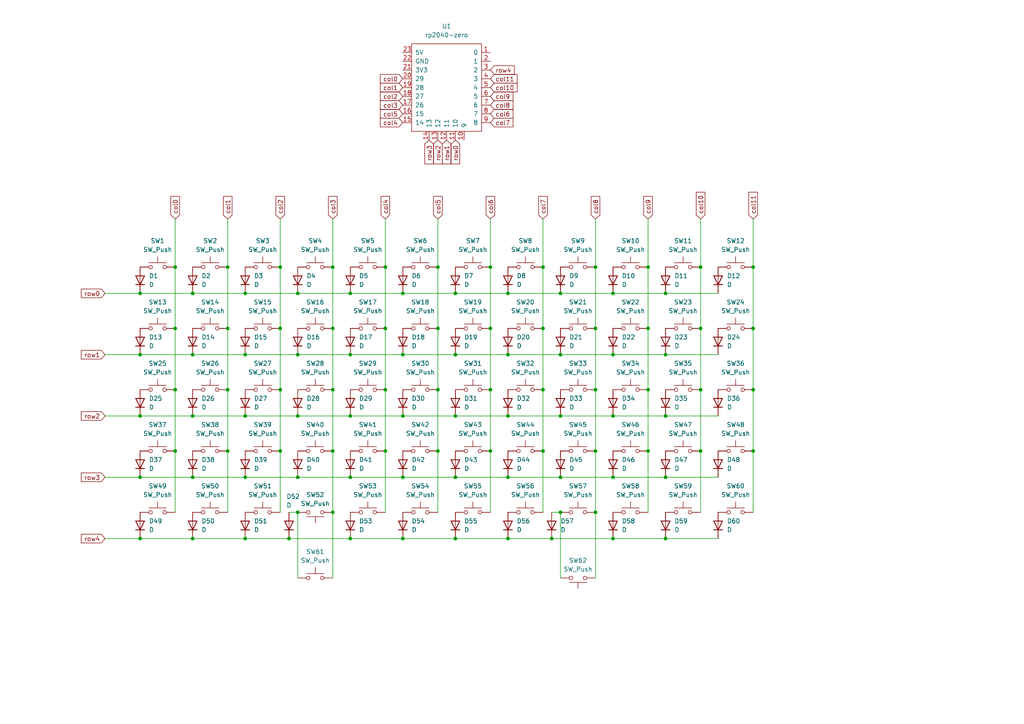
<source format=kicad_sch>
(kicad_sch (version 20231120) (generator "eeschema") (generator_version "8.0")
  (paper "A4")
  (title_block (title "Form Uno") (date "2024-07-29") (rev "1.0"))
  (junction (at 162.56 102.87))
  (junction (at 218.44 113.03))
  (junction (at 81.28 113.03))
  (junction (at 193.04 156.21))
  (junction (at 177.8 156.21))
  (junction (at 147.32 138.43))
  (junction (at 81.28 130.81))
  (junction (at 71.12 85.09))
  (junction (at 132.08 102.87))
  (junction (at 218.44 95.25))
  (junction (at 142.24 113.03))
  (junction (at 193.04 120.65))
  (junction (at 157.48 77.47))
  (junction (at 142.24 77.47))
  (junction (at 157.48 95.25))
  (junction (at 50.8 113.03))
  (junction (at 172.72 77.47))
  (junction (at 40.64 138.43))
  (junction (at 160.02 156.21))
  (junction (at 40.64 102.87))
  (junction (at 203.2 113.03))
  (junction (at 203.2 130.81))
  (junction (at 187.96 113.03))
  (junction (at 172.72 130.81))
  (junction (at 96.52 77.47))
  (junction (at 96.52 95.25))
  (junction (at 162.56 120.65))
  (junction (at 71.12 156.21))
  (junction (at 55.88 85.09))
  (junction (at 83.82 156.21))
  (junction (at 55.88 138.43))
  (junction (at 127 77.47))
  (junction (at 50.8 77.47))
  (junction (at 101.6 156.21))
  (junction (at 218.44 130.81))
  (junction (at 71.12 138.43))
  (junction (at 172.72 148.59))
  (junction (at 177.8 85.09))
  (junction (at 177.8 138.43))
  (junction (at 55.88 102.87))
  (junction (at 187.96 130.81))
  (junction (at 132.08 120.65))
  (junction (at 147.32 156.21))
  (junction (at 132.08 156.21))
  (junction (at 142.24 130.81))
  (junction (at 203.2 77.47))
  (junction (at 101.6 85.09))
  (junction (at 71.12 102.87))
  (junction (at 193.04 85.09))
  (junction (at 81.28 95.25))
  (junction (at 116.84 120.65))
  (junction (at 86.36 138.43))
  (junction (at 66.04 77.47))
  (junction (at 162.56 138.43))
  (junction (at 86.36 148.59))
  (junction (at 86.36 85.09))
  (junction (at 116.84 85.09))
  (junction (at 116.84 138.43))
  (junction (at 157.48 130.81))
  (junction (at 172.72 95.25))
  (junction (at 40.64 156.21))
  (junction (at 177.8 102.87))
  (junction (at 147.32 120.65))
  (junction (at 218.44 77.47))
  (junction (at 86.36 102.87))
  (junction (at 187.96 95.25))
  (junction (at 66.04 113.03))
  (junction (at 147.32 85.09))
  (junction (at 127 113.03))
  (junction (at 142.24 95.25))
  (junction (at 116.84 156.21))
  (junction (at 96.52 130.81))
  (junction (at 66.04 130.81))
  (junction (at 132.08 85.09))
  (junction (at 50.8 130.81))
  (junction (at 50.8 95.25))
  (junction (at 127 95.25))
  (junction (at 177.8 120.65))
  (junction (at 86.36 120.65))
  (junction (at 111.76 95.25))
  (junction (at 40.64 120.65))
  (junction (at 162.56 148.59))
  (junction (at 66.04 95.25))
  (junction (at 147.32 102.87))
  (junction (at 71.12 120.65))
  (junction (at 111.76 77.47))
  (junction (at 81.28 77.47))
  (junction (at 132.08 138.43))
  (junction (at 116.84 102.87))
  (junction (at 111.76 130.81))
  (junction (at 203.2 95.25))
  (junction (at 55.88 156.21))
  (junction (at 96.52 148.59))
  (junction (at 55.88 120.65))
  (junction (at 193.04 138.43))
  (junction (at 157.48 113.03))
  (junction (at 187.96 77.47))
  (junction (at 101.6 120.65))
  (junction (at 101.6 102.87))
  (junction (at 96.52 113.03))
  (junction (at 40.64 85.09))
  (junction (at 172.72 113.03))
  (junction (at 101.6 138.43))
  (junction (at 127 130.81))
  (junction (at 162.56 85.09))
  (junction (at 193.04 102.87))
  (junction (at 111.76 113.03))
  (wire (pts (xy 86.36 85.09) (xy 101.6 85.09)))
  (wire (pts (xy 147.32 138.43) (xy 162.56 138.43)))
  (wire (pts (xy 132.08 120.65) (xy 147.32 120.65)))
  (wire (pts (xy 96.52 148.59) (xy 96.52 167.64)))
  (wire (pts (xy 147.32 156.21) (xy 160.02 156.21)))
  (wire (pts (xy 71.12 120.65) (xy 86.36 120.65)))
  (wire (pts (xy 218.44 113.03) (xy 218.44 130.81)))
  (wire (pts (xy 111.76 113.03) (xy 111.76 130.81)))
  (wire (pts (xy 30.48 156.21) (xy 40.64 156.21)))
  (wire (pts (xy 96.52 63.5) (xy 96.52 77.47)))
  (wire (pts (xy 81.28 63.5) (xy 81.28 77.47)))
  (wire (pts (xy 157.48 77.47) (xy 157.48 95.25)))
  (wire (pts (xy 172.72 148.59) (xy 172.72 167.64)))
  (wire (pts (xy 81.28 77.47) (xy 81.28 95.25)))
  (wire (pts (xy 147.32 120.65) (xy 162.56 120.65)))
  (wire (pts (xy 66.04 130.81) (xy 66.04 148.59)))
  (wire (pts (xy 177.8 120.65) (xy 193.04 120.65)))
  (wire (pts (xy 66.04 113.03) (xy 66.04 130.81)))
  (wire (pts (xy 111.76 77.47) (xy 111.76 95.25)))
  (wire (pts (xy 203.2 77.47) (xy 203.2 95.25)))
  (wire (pts (xy 50.8 113.03) (xy 50.8 130.81)))
  (wire (pts (xy 96.52 130.81) (xy 96.52 148.59)))
  (wire (pts (xy 55.88 102.87) (xy 71.12 102.87)))
  (wire (pts (xy 172.72 130.81) (xy 172.72 148.59)))
  (wire (pts (xy 83.82 156.21) (xy 101.6 156.21)))
  (wire (pts (xy 55.88 120.65) (xy 71.12 120.65)))
  (wire (pts (xy 162.56 138.43) (xy 177.8 138.43)))
  (wire (pts (xy 71.12 156.21) (xy 83.82 156.21)))
  (wire (pts (xy 142.24 63.5) (xy 142.24 77.47)))
  (wire (pts (xy 71.12 102.87) (xy 86.36 102.87)))
  (wire (pts (xy 203.2 95.25) (xy 203.2 113.03)))
  (wire (pts (xy 132.08 156.21) (xy 147.32 156.21)))
  (wire (pts (xy 162.56 85.09) (xy 177.8 85.09)))
  (wire (pts (xy 101.6 120.65) (xy 116.84 120.65)))
  (wire (pts (xy 40.64 85.09) (xy 55.88 85.09)))
  (wire (pts (xy 127 130.81) (xy 127 148.59)))
  (wire (pts (xy 116.84 138.43) (xy 132.08 138.43)))
  (wire (pts (xy 127 113.03) (xy 127 130.81)))
  (wire (pts (xy 111.76 95.25) (xy 111.76 113.03)))
  (wire (pts (xy 218.44 95.25) (xy 218.44 113.03)))
  (wire (pts (xy 66.04 63.5) (xy 66.04 77.47)))
  (wire (pts (xy 111.76 130.81) (xy 111.76 148.59)))
  (wire (pts (xy 203.2 130.81) (xy 203.2 148.59)))
  (wire (pts (xy 101.6 102.87) (xy 116.84 102.87)))
  (wire (pts (xy 40.64 120.65) (xy 55.88 120.65)))
  (wire (pts (xy 187.96 130.81) (xy 187.96 148.59)))
  (wire (pts (xy 203.2 113.03) (xy 203.2 130.81)))
  (wire (pts (xy 132.08 138.43) (xy 147.32 138.43)))
  (wire (pts (xy 55.88 85.09) (xy 71.12 85.09)))
  (wire (pts (xy 157.48 113.03) (xy 157.48 130.81)))
  (wire (pts (xy 193.04 138.43) (xy 208.28 138.43)))
  (wire (pts (xy 142.24 130.81) (xy 142.24 148.59)))
  (wire (pts (xy 132.08 102.87) (xy 147.32 102.87)))
  (wire (pts (xy 30.48 138.43) (xy 40.64 138.43)))
  (wire (pts (xy 116.84 156.21) (xy 132.08 156.21)))
  (wire (pts (xy 162.56 120.65) (xy 177.8 120.65)))
  (wire (pts (xy 177.8 156.21) (xy 193.04 156.21)))
  (wire (pts (xy 172.72 77.47) (xy 172.72 95.25)))
  (wire (pts (xy 147.32 85.09) (xy 162.56 85.09)))
  (wire (pts (xy 81.28 113.03) (xy 81.28 130.81)))
  (wire (pts (xy 101.6 138.43) (xy 116.84 138.43)))
  (wire (pts (xy 30.48 120.65) (xy 40.64 120.65)))
  (wire (pts (xy 66.04 95.25) (xy 66.04 113.03)))
  (wire (pts (xy 132.08 85.09) (xy 147.32 85.09)))
  (wire (pts (xy 116.84 120.65) (xy 132.08 120.65)))
  (wire (pts (xy 55.88 138.43) (xy 71.12 138.43)))
  (wire (pts (xy 101.6 85.09) (xy 116.84 85.09)))
  (wire (pts (xy 177.8 102.87) (xy 193.04 102.87)))
  (wire (pts (xy 40.64 156.21) (xy 55.88 156.21)))
  (wire (pts (xy 71.12 138.43) (xy 86.36 138.43)))
  (wire (pts (xy 116.84 102.87) (xy 132.08 102.87)))
  (wire (pts (xy 193.04 156.21) (xy 208.28 156.21)))
  (wire (pts (xy 193.04 85.09) (xy 208.28 85.09)))
  (wire (pts (xy 86.36 120.65) (xy 101.6 120.65)))
  (wire (pts (xy 81.28 95.25) (xy 81.28 113.03)))
  (wire (pts (xy 71.12 85.09) (xy 86.36 85.09)))
  (wire (pts (xy 127 63.5) (xy 127 77.47)))
  (wire (pts (xy 142.24 77.47) (xy 142.24 95.25)))
  (wire (pts (xy 96.52 95.25) (xy 96.52 113.03)))
  (wire (pts (xy 193.04 102.87) (xy 208.28 102.87)))
  (wire (pts (xy 160.02 156.21) (xy 177.8 156.21)))
  (wire (pts (xy 40.64 102.87) (xy 55.88 102.87)))
  (wire (pts (xy 162.56 148.59) (xy 162.56 167.64)))
  (wire (pts (xy 127 77.47) (xy 127 95.25)))
  (wire (pts (xy 218.44 130.81) (xy 218.44 148.59)))
  (wire (pts (xy 86.36 148.59) (xy 86.36 167.64)))
  (wire (pts (xy 30.48 102.87) (xy 40.64 102.87)))
  (wire (pts (xy 50.8 63.5) (xy 50.8 77.47)))
  (wire (pts (xy 55.88 156.21) (xy 71.12 156.21)))
  (wire (pts (xy 162.56 102.87) (xy 177.8 102.87)))
  (wire (pts (xy 218.44 77.47) (xy 218.44 95.25)))
  (wire (pts (xy 83.82 148.59) (xy 86.36 148.59)))
  (wire (pts (xy 50.8 130.81) (xy 50.8 148.59)))
  (wire (pts (xy 111.76 63.5) (xy 111.76 77.47)))
  (wire (pts (xy 218.44 63.5) (xy 218.44 77.47)))
  (wire (pts (xy 187.96 95.25) (xy 187.96 113.03)))
  (wire (pts (xy 50.8 95.25) (xy 50.8 113.03)))
  (wire (pts (xy 187.96 113.03) (xy 187.96 130.81)))
  (wire (pts (xy 86.36 102.87) (xy 101.6 102.87)))
  (wire (pts (xy 172.72 95.25) (xy 172.72 113.03)))
  (wire (pts (xy 81.28 130.81) (xy 81.28 148.59)))
  (wire (pts (xy 147.32 102.87) (xy 162.56 102.87)))
  (wire (pts (xy 172.72 63.5) (xy 172.72 77.47)))
  (wire (pts (xy 193.04 120.65) (xy 208.28 120.65)))
  (wire (pts (xy 96.52 113.03) (xy 96.52 130.81)))
  (wire (pts (xy 127 95.25) (xy 127 113.03)))
  (wire (pts (xy 50.8 77.47) (xy 50.8 95.25)))
  (wire (pts (xy 177.8 138.43) (xy 193.04 138.43)))
  (wire (pts (xy 116.84 85.09) (xy 132.08 85.09)))
  (wire (pts (xy 142.24 113.03) (xy 142.24 130.81)))
  (wire (pts (xy 157.48 130.81) (xy 157.48 148.59)))
  (wire (pts (xy 96.52 77.47) (xy 96.52 95.25)))
  (wire (pts (xy 101.6 156.21) (xy 116.84 156.21)))
  (wire (pts (xy 40.64 138.43) (xy 55.88 138.43)))
  (wire (pts (xy 86.36 138.43) (xy 101.6 138.43)))
  (wire (pts (xy 157.48 63.5) (xy 157.48 77.47)))
  (wire (pts (xy 66.04 77.47) (xy 66.04 95.25)))
  (wire (pts (xy 187.96 63.5) (xy 187.96 77.47)))
  (wire (pts (xy 157.48 95.25) (xy 157.48 113.03)))
  (wire (pts (xy 172.72 113.03) (xy 172.72 130.81)))
  (wire (pts (xy 142.24 95.25) (xy 142.24 113.03)))
  (wire (pts (xy 160.02 148.59) (xy 162.56 148.59)))
  (wire (pts (xy 177.8 85.09) (xy 193.04 85.09)))
  (wire (pts (xy 30.48 85.09) (xy 40.64 85.09)))
  (wire (pts (xy 203.2 63.5) (xy 203.2 77.47)))
  (wire (pts (xy 187.96 77.47) (xy 187.96 95.25)))
  (global_label "col5" (shape input) (at 127 63.5 90) (property "Intersheetrefs" "${INTERSHEET_REFS}" (effects (hide yes))))
  (global_label "col8" (shape input) (at 142.24 30.48 0) (property "Intersheetrefs" "${INTERSHEET_REFS}" (effects (hide yes))))
  (global_label "col7" (shape input) (at 157.48 63.5 90) (property "Intersheetrefs" "${INTERSHEET_REFS}" (effects (hide yes))))
  (global_label "col4" (shape input) (at 116.84 35.56 180) (property "Intersheetrefs" "${INTERSHEET_REFS}" (effects (hide yes))))
  (global_label "col4" (shape input) (at 111.76 63.5 90) (property "Intersheetrefs" "${INTERSHEET_REFS}" (effects (hide yes))))
  (global_label "row2" (shape input) (at 127 40.64 270) (property "Intersheetrefs" "${INTERSHEET_REFS}" (effects (hide yes))))
  (global_label "row0" (shape input) (at 132.08 40.64 270) (property "Intersheetrefs" "${INTERSHEET_REFS}" (effects (hide yes))))
  (global_label "row2" (shape input) (at 30.48 120.65 180) (property "Intersheetrefs" "${INTERSHEET_REFS}" (effects (hide yes))))
  (global_label "col5" (shape input) (at 116.84 33.02 180) (property "Intersheetrefs" "${INTERSHEET_REFS}" (effects (hide yes))))
  (global_label "col1" (shape input) (at 116.84 25.4 180) (property "Intersheetrefs" "${INTERSHEET_REFS}" (effects (hide yes))))
  (global_label "col2" (shape input) (at 116.84 27.94 180) (property "Intersheetrefs" "${INTERSHEET_REFS}" (effects (hide yes))))
  (global_label "col6" (shape input) (at 142.24 63.5 90) (property "Intersheetrefs" "${INTERSHEET_REFS}" (effects (hide yes))))
  (global_label "col3" (shape input) (at 116.84 30.48 180) (property "Intersheetrefs" "${INTERSHEET_REFS}" (effects (hide yes))))
  (global_label "row0" (shape input) (at 30.48 85.09 180) (property "Intersheetrefs" "${INTERSHEET_REFS}" (effects (hide yes))))
  (global_label "row3" (shape input) (at 30.48 138.43 180) (property "Intersheetrefs" "${INTERSHEET_REFS}" (effects (hide yes))))
  (global_label "col1" (shape input) (at 66.04 63.5 90) (property "Intersheetrefs" "${INTERSHEET_REFS}" (effects (hide yes))))
  (global_label "col11" (shape input) (at 142.24 22.86 0) (property "Intersheetrefs" "${INTERSHEET_REFS}" (effects (hide yes))))
  (global_label "col10" (shape input) (at 203.2 63.5 90) (property "Intersheetrefs" "${INTERSHEET_REFS}" (effects (hide yes))))
  (global_label "col2" (shape input) (at 81.28 63.5 90) (property "Intersheetrefs" "${INTERSHEET_REFS}" (effects (hide yes))))
  (global_label "col3" (shape input) (at 96.52 63.5 90) (property "Intersheetrefs" "${INTERSHEET_REFS}" (effects (hide yes))))
  (global_label "row3" (shape input) (at 124.46 40.64 270) (property "Intersheetrefs" "${INTERSHEET_REFS}" (effects (hide yes))))
  (global_label "row1" (shape input) (at 129.54 40.64 270) (property "Intersheetrefs" "${INTERSHEET_REFS}" (effects (hide yes))))
  (global_label "col0" (shape input) (at 116.84 22.86 180) (property "Intersheetrefs" "${INTERSHEET_REFS}" (effects (hide yes))))
  (global_label "row1" (shape input) (at 30.48 102.87 180) (property "Intersheetrefs" "${INTERSHEET_REFS}" (effects (hide yes))))
  (global_label "row4" (shape input) (at 30.48 156.21 180) (property "Intersheetrefs" "${INTERSHEET_REFS}" (effects (hide yes))))
  (global_label "col6" (shape input) (at 142.24 33.02 0) (property "Intersheetrefs" "${INTERSHEET_REFS}" (effects (hide yes))))
  (global_label "col7" (shape input) (at 142.24 35.56 0) (property "Intersheetrefs" "${INTERSHEET_REFS}" (effects (hide yes))))
  (global_label "col11" (shape input) (at 218.44 63.5 90) (property "Intersheetrefs" "${INTERSHEET_REFS}" (effects (hide yes))))
  (global_label "col9" (shape input) (at 142.24 27.94 0) (property "Intersheetrefs" "${INTERSHEET_REFS}" (effects (hide yes))))
  (global_label "col0" (shape input) (at 50.8 63.5 90) (property "Intersheetrefs" "${INTERSHEET_REFS}" (effects (hide yes))))
  (global_label "row4" (shape input) (at 142.24 20.32 0) (property "Intersheetrefs" "${INTERSHEET_REFS}" (effects (hide yes))))
  (global_label "col10" (shape input) (at 142.24 25.4 0) (property "Intersheetrefs" "${INTERSHEET_REFS}" (effects (hide yes))))
  (global_label "col8" (shape input) (at 172.72 63.5 90) (property "Intersheetrefs" "${INTERSHEET_REFS}" (effects (hide yes))))
  (global_label "col9" (shape input) (at 187.96 63.5 90) (property "Intersheetrefs" "${INTERSHEET_REFS}" (effects (hide yes))))
  (symbol (lib_id "Switch:SW_Push") (at 91.44 95.25 0) (unit 1)
    (property "Reference" "SW16" (at 91.44 87.63 0))
    (property "Value" "SW_Push" (at 91.44 90.17 0))
    (property "Footprint" "marbastlib-mx:SW_MX_HS_CPG151101S11_1u" (effects (hide yes)))
    (property "Description" "Push button switch, generic, two pins" (effects (hide yes)))
  )
  (symbol (lib_id "Switch:SW_Push") (at 45.72 95.25 0) (unit 1)
    (property "Reference" "SW13" (at 45.72 87.63 0))
    (property "Value" "SW_Push" (at 45.72 90.17 0))
    (property "Footprint" "marbastlib-mx:SW_MX_HS_CPG151101S11_1u" (effects (hide yes)))
    (property "Description" "Push button switch, generic, two pins" (effects (hide yes)))
  )
  (symbol (lib_id "Device:D") (at 162.56 99.06 90) (unit 1)
    (property "Reference" "D21" (at 165.1 97.7899 90) (effects (justify right)))
    (property "Value" "D" (at 165.1 100.3299 90) (effects (justify right)))
    (property "Footprint" "kbd:D3_TH_SMD_v2" (effects (hide yes)))
    (property "Description" "Diode" (effects (hide yes)))
    (property "Sim.Device" "D" (effects (hide yes)))
    (property "Sim.Pins" "1=K 2=A" (effects (hide yes)))
  )
  (symbol (lib_id "Switch:SW_Push") (at 121.92 148.59 0) (unit 1)
    (property "Reference" "SW54" (at 121.92 140.97 0))
    (property "Value" "SW_Push" (at 121.92 143.51 0))
    (property "Footprint" "marbastlib-mx:SW_MX_HS_CPG151101S11_1u" (effects (hide yes)))
    (property "Description" "Push button switch, generic, two pins" (effects (hide yes)))
  )
  (symbol (lib_id "Device:D") (at 86.36 81.28 90) (unit 1)
    (property "Reference" "D4" (at 88.9 80.0099 90) (effects (justify right)))
    (property "Value" "D" (at 88.9 82.5499 90) (effects (justify right)))
    (property "Footprint" "kbd:D3_TH_SMD_v2" (effects (hide yes)))
    (property "Description" "Diode" (effects (hide yes)))
    (property "Sim.Device" "D" (effects (hide yes)))
    (property "Sim.Pins" "1=K 2=A" (effects (hide yes)))
  )
  (symbol (lib_id "Device:D") (at 132.08 116.84 90) (unit 1)
    (property "Reference" "D31" (at 134.62 115.5699 90) (effects (justify right)))
    (property "Value" "D" (at 134.62 118.1099 90) (effects (justify right)))
    (property "Footprint" "kbd:D3_TH_SMD_v2" (effects (hide yes)))
    (property "Description" "Diode" (effects (hide yes)))
    (property "Sim.Device" "D" (effects (hide yes)))
    (property "Sim.Pins" "1=K 2=A" (effects (hide yes)))
  )
  (symbol (lib_id "Switch:SW_Push") (at 60.96 95.25 0) (unit 1)
    (property "Reference" "SW14" (at 60.96 87.63 0))
    (property "Value" "SW_Push" (at 60.96 90.17 0))
    (property "Footprint" "marbastlib-mx:SW_MX_HS_CPG151101S11_1u" (effects (hide yes)))
    (property "Description" "Push button switch, generic, two pins" (effects (hide yes)))
  )
  (symbol (lib_id "Switch:SW_Push") (at 60.96 148.59 0) (unit 1)
    (property "Reference" "SW50" (at 60.96 140.97 0))
    (property "Value" "SW_Push" (at 60.96 143.51 0))
    (property "Footprint" "marbastlib-mx:SW_MX_HS_CPG151101S11_1u" (effects (hide yes)))
    (property "Description" "Push button switch, generic, two pins" (effects (hide yes)))
  )
  (symbol (lib_id "Device:D") (at 177.8 134.62 90) (unit 1)
    (property "Reference" "D46" (at 180.34 133.3499 90) (effects (justify right)))
    (property "Value" "D" (at 180.34 135.8899 90) (effects (justify right)))
    (property "Footprint" "kbd:D3_TH_SMD_v2" (effects (hide yes)))
    (property "Description" "Diode" (effects (hide yes)))
    (property "Sim.Device" "D" (effects (hide yes)))
    (property "Sim.Pins" "1=K 2=A" (effects (hide yes)))
  )
  (symbol (lib_id "Device:D") (at 55.88 134.62 90) (unit 1)
    (property "Reference" "D38" (at 58.42 133.3499 90) (effects (justify right)))
    (property "Value" "D" (at 58.42 135.8899 90) (effects (justify right)))
    (property "Footprint" "kbd:D3_TH_SMD_v2" (effects (hide yes)))
    (property "Description" "Diode" (effects (hide yes)))
    (property "Sim.Device" "D" (effects (hide yes)))
    (property "Sim.Pins" "1=K 2=A" (effects (hide yes)))
  )
  (symbol (lib_id "Switch:SW_Push") (at 121.92 77.47 0) (unit 1)
    (property "Reference" "SW6" (at 121.92 69.85 0))
    (property "Value" "SW_Push" (at 121.92 72.39 0))
    (property "Footprint" "marbastlib-mx:SW_MX_HS_CPG151101S11_1u" (effects (hide yes)))
    (property "Description" "Push button switch, generic, two pins" (effects (hide yes)))
  )
  (symbol (lib_id "Switch:SW_Push") (at 152.4 77.47 0) (unit 1)
    (property "Reference" "SW8" (at 152.4 69.85 0))
    (property "Value" "SW_Push" (at 152.4 72.39 0))
    (property "Footprint" "marbastlib-mx:SW_MX_HS_CPG151101S11_1u" (effects (hide yes)))
    (property "Description" "Push button switch, generic, two pins" (effects (hide yes)))
  )
  (symbol (lib_id "Switch:SW_Push") (at 91.44 167.64 0) (unit 1)
    (property "Reference" "SW61" (at 91.44 160.02 0))
    (property "Value" "SW_Push" (at 91.44 162.56 0))
    (property "Footprint" "marbastlib-mx:SW_MX_HS_CPG151101S11_1u" (effects (hide yes)))
    (property "Description" "Push button switch, generic, two pins" (effects (hide yes)))
  )
  (symbol (lib_id "Device:D") (at 55.88 99.06 90) (unit 1)
    (property "Reference" "D14" (at 58.42 97.7899 90) (effects (justify right)))
    (property "Value" "D" (at 58.42 100.3299 90) (effects (justify right)))
    (property "Footprint" "kbd:D3_TH_SMD_v2" (effects (hide yes)))
    (property "Description" "Diode" (effects (hide yes)))
    (property "Sim.Device" "D" (effects (hide yes)))
    (property "Sim.Pins" "1=K 2=A" (effects (hide yes)))
  )
  (symbol (lib_id "Device:D") (at 132.08 134.62 90) (unit 1)
    (property "Reference" "D43" (at 134.62 133.3499 90) (effects (justify right)))
    (property "Value" "D" (at 134.62 135.8899 90) (effects (justify right)))
    (property "Footprint" "kbd:D3_TH_SMD_v2" (effects (hide yes)))
    (property "Description" "Diode" (effects (hide yes)))
    (property "Sim.Device" "D" (effects (hide yes)))
    (property "Sim.Pins" "1=K 2=A" (effects (hide yes)))
  )
  (symbol (lib_id "Switch:SW_Push") (at 167.64 130.81 0) (unit 1)
    (property "Reference" "SW45" (at 167.64 123.19 0))
    (property "Value" "SW_Push" (at 167.64 125.73 0))
    (property "Footprint" "marbastlib-mx:SW_MX_HS_CPG151101S11_1u" (effects (hide yes)))
    (property "Description" "Push button switch, generic, two pins" (effects (hide yes)))
  )
  (symbol (lib_id "Device:D") (at 177.8 116.84 90) (unit 1)
    (property "Reference" "D34" (at 180.34 115.5699 90) (effects (justify right)))
    (property "Value" "D" (at 180.34 118.1099 90) (effects (justify right)))
    (property "Footprint" "kbd:D3_TH_SMD_v2" (effects (hide yes)))
    (property "Description" "Diode" (effects (hide yes)))
    (property "Sim.Device" "D" (effects (hide yes)))
    (property "Sim.Pins" "1=K 2=A" (effects (hide yes)))
  )
  (symbol (lib_id "Switch:SW_Push") (at 167.64 167.64 180) (unit 1)
    (property "Reference" "SW62" (at 167.64 162.56 0))
    (property "Value" "SW_Push" (at 167.64 165.1 0))
    (property "Footprint" "marbastlib-mx:SW_MX_HS_CPG151101S11_1u" (effects (hide yes)))
    (property "Description" "Push button switch, generic, two pins" (effects (hide yes)))
  )
  (symbol (lib_id "Switch:SW_Push") (at 213.36 95.25 0) (unit 1)
    (property "Reference" "SW24" (at 213.36 87.63 0))
    (property "Value" "SW_Push" (at 213.36 90.17 0))
    (property "Footprint" "marbastlib-mx:SW_MX_HS_CPG151101S11_1u" (effects (hide yes)))
    (property "Description" "Push button switch, generic, two pins" (effects (hide yes)))
  )
  (symbol (lib_id "Switch:SW_Push") (at 137.16 77.47 0) (unit 1)
    (property "Reference" "SW7" (at 137.16 69.85 0))
    (property "Value" "SW_Push" (at 137.16 72.39 0))
    (property "Footprint" "marbastlib-mx:SW_MX_HS_CPG151101S11_1u" (effects (hide yes)))
    (property "Description" "Push button switch, generic, two pins" (effects (hide yes)))
  )
  (symbol (lib_id "Switch:SW_Push") (at 198.12 113.03 0) (unit 1)
    (property "Reference" "SW35" (at 198.12 105.41 0))
    (property "Value" "SW_Push" (at 198.12 107.95 0))
    (property "Footprint" "marbastlib-mx:SW_MX_HS_CPG151101S11_1u" (effects (hide yes)))
    (property "Description" "Push button switch, generic, two pins" (effects (hide yes)))
  )
  (symbol (lib_id "Switch:SW_Push") (at 182.88 95.25 0) (unit 1)
    (property "Reference" "SW22" (at 182.88 87.63 0))
    (property "Value" "SW_Push" (at 182.88 90.17 0))
    (property "Footprint" "marbastlib-mx:SW_MX_HS_CPG151101S11_1u" (effects (hide yes)))
    (property "Description" "Push button switch, generic, two pins" (effects (hide yes)))
  )
  (symbol (lib_id "Switch:SW_Push") (at 76.2 95.25 0) (unit 1)
    (property "Reference" "SW15" (at 76.2 87.63 0))
    (property "Value" "SW_Push" (at 76.2 90.17 0))
    (property "Footprint" "marbastlib-mx:SW_MX_HS_CPG151101S11_1u" (effects (hide yes)))
    (property "Description" "Push button switch, generic, two pins" (effects (hide yes)))
  )
  (symbol (lib_id "Device:D") (at 116.84 99.06 90) (unit 1)
    (property "Reference" "D18" (at 119.38 97.7899 90) (effects (justify right)))
    (property "Value" "D" (at 119.38 100.3299 90) (effects (justify right)))
    (property "Footprint" "kbd:D3_TH_SMD_v2" (effects (hide yes)))
    (property "Description" "Diode" (effects (hide yes)))
    (property "Sim.Device" "D" (effects (hide yes)))
    (property "Sim.Pins" "1=K 2=A" (effects (hide yes)))
  )
  (symbol (lib_id "Switch:SW_Push") (at 213.36 130.81 0) (unit 1)
    (property "Reference" "SW48" (at 213.36 123.19 0))
    (property "Value" "SW_Push" (at 213.36 125.73 0))
    (property "Footprint" "marbastlib-mx:SW_MX_HS_CPG151101S11_1u" (effects (hide yes)))
    (property "Description" "Push button switch, generic, two pins" (effects (hide yes)))
  )
  (symbol (lib_id "Switch:SW_Push") (at 60.96 77.47 0) (unit 1)
    (property "Reference" "SW2" (at 60.96 69.85 0))
    (property "Value" "SW_Push" (at 60.96 72.39 0))
    (property "Footprint" "marbastlib-mx:SW_MX_HS_CPG151101S11_1u" (effects (hide yes)))
    (property "Description" "Push button switch, generic, two pins" (effects (hide yes)))
  )
  (symbol (lib_id "Switch:SW_Push") (at 91.44 113.03 0) (unit 1)
    (property "Reference" "SW28" (at 91.44 105.41 0))
    (property "Value" "SW_Push" (at 91.44 107.95 0))
    (property "Footprint" "marbastlib-mx:SW_MX_HS_CPG151101S11_1u" (effects (hide yes)))
    (property "Description" "Push button switch, generic, two pins" (effects (hide yes)))
  )
  (symbol (lib_id "Switch:SW_Push") (at 91.44 77.47 0) (unit 1)
    (property "Reference" "SW4" (at 91.44 69.85 0))
    (property "Value" "SW_Push" (at 91.44 72.39 0))
    (property "Footprint" "marbastlib-mx:SW_MX_HS_CPG151101S11_1u" (effects (hide yes)))
    (property "Description" "Push button switch, generic, two pins" (effects (hide yes)))
  )
  (symbol (lib_id "Device:D") (at 71.12 81.28 90) (unit 1)
    (property "Reference" "D3" (at 73.66 80.0099 90) (effects (justify right)))
    (property "Value" "D" (at 73.66 82.5499 90) (effects (justify right)))
    (property "Footprint" "kbd:D3_TH_SMD_v2" (effects (hide yes)))
    (property "Description" "Diode" (effects (hide yes)))
    (property "Sim.Device" "D" (effects (hide yes)))
    (property "Sim.Pins" "1=K 2=A" (effects (hide yes)))
  )
  (symbol (lib_id "Switch:SW_Push") (at 152.4 95.25 0) (unit 1)
    (property "Reference" "SW20" (at 152.4 87.63 0))
    (property "Value" "SW_Push" (at 152.4 90.17 0))
    (property "Footprint" "marbastlib-mx:SW_MX_HS_CPG151101S11_1u" (effects (hide yes)))
    (property "Description" "Push button switch, generic, two pins" (effects (hide yes)))
  )
  (symbol (lib_id "Device:D") (at 116.84 81.28 90) (unit 1)
    (property "Reference" "D6" (at 119.38 80.0099 90) (effects (justify right)))
    (property "Value" "D" (at 119.38 82.5499 90) (effects (justify right)))
    (property "Footprint" "kbd:D3_TH_SMD_v2" (effects (hide yes)))
    (property "Description" "Diode" (effects (hide yes)))
    (property "Sim.Device" "D" (effects (hide yes)))
    (property "Sim.Pins" "1=K 2=A" (effects (hide yes)))
  )
  (symbol (lib_id "Switch:SW_Push") (at 167.64 77.47 0) (unit 1)
    (property "Reference" "SW9" (at 167.64 69.85 0))
    (property "Value" "SW_Push" (at 167.64 72.39 0))
    (property "Footprint" "marbastlib-mx:SW_MX_HS_CPG151101S11_1u" (effects (hide yes)))
    (property "Description" "Push button switch, generic, two pins" (effects (hide yes)))
  )
  (symbol (lib_id "Device:D") (at 86.36 116.84 90) (unit 1)
    (property "Reference" "D28" (at 88.9 115.5699 90) (effects (justify right)))
    (property "Value" "D" (at 88.9 118.1099 90) (effects (justify right)))
    (property "Footprint" "kbd:D3_TH_SMD_v2" (effects (hide yes)))
    (property "Description" "Diode" (effects (hide yes)))
    (property "Sim.Device" "D" (effects (hide yes)))
    (property "Sim.Pins" "1=K 2=A" (effects (hide yes)))
  )
  (symbol (lib_id "Switch:SW_Push") (at 106.68 95.25 0) (unit 1)
    (property "Reference" "SW17" (at 106.68 87.63 0))
    (property "Value" "SW_Push" (at 106.68 90.17 0))
    (property "Footprint" "marbastlib-mx:SW_MX_HS_CPG151101S11_1u" (effects (hide yes)))
    (property "Description" "Push button switch, generic, two pins" (effects (hide yes)))
  )
  (symbol (lib_id "Switch:SW_Push") (at 121.92 95.25 0) (unit 1)
    (property "Reference" "SW18" (at 121.92 87.63 0))
    (property "Value" "SW_Push" (at 121.92 90.17 0))
    (property "Footprint" "marbastlib-mx:SW_MX_HS_CPG151101S11_1u" (effects (hide yes)))
    (property "Description" "Push button switch, generic, two pins" (effects (hide yes)))
  )
  (symbol (lib_id "Switch:SW_Push") (at 137.16 148.59 0) (unit 1)
    (property "Reference" "SW55" (at 137.16 140.97 0))
    (property "Value" "SW_Push" (at 137.16 143.51 0))
    (property "Footprint" "marbastlib-mx:SW_MX_HS_CPG151101S11_1u" (effects (hide yes)))
    (property "Description" "Push button switch, generic, two pins" (effects (hide yes)))
  )
  (symbol (lib_id "Switch:SW_Push") (at 137.16 95.25 0) (unit 1)
    (property "Reference" "SW19" (at 137.16 87.63 0))
    (property "Value" "SW_Push" (at 137.16 90.17 0))
    (property "Footprint" "marbastlib-mx:SW_MX_HS_CPG151101S11_1u" (effects (hide yes)))
    (property "Description" "Push button switch, generic, two pins" (effects (hide yes)))
  )
  (symbol (lib_id "Device:D") (at 86.36 134.62 90) (unit 1)
    (property "Reference" "D40" (at 88.9 133.3499 90) (effects (justify right)))
    (property "Value" "D" (at 88.9 135.8899 90) (effects (justify right)))
    (property "Footprint" "kbd:D3_TH_SMD_v2" (effects (hide yes)))
    (property "Description" "Diode" (effects (hide yes)))
    (property "Sim.Device" "D" (effects (hide yes)))
    (property "Sim.Pins" "1=K 2=A" (effects (hide yes)))
  )
  (symbol (lib_id "Device:D") (at 101.6 116.84 90) (unit 1)
    (property "Reference" "D29" (at 104.14 115.5699 90) (effects (justify right)))
    (property "Value" "D" (at 104.14 118.1099 90) (effects (justify right)))
    (property "Footprint" "kbd:D3_TH_SMD_v2" (effects (hide yes)))
    (property "Description" "Diode" (effects (hide yes)))
    (property "Sim.Device" "D" (effects (hide yes)))
    (property "Sim.Pins" "1=K 2=A" (effects (hide yes)))
  )
  (symbol (lib_id "Device:D") (at 40.64 99.06 90) (unit 1)
    (property "Reference" "D13" (at 43.18 97.7899 90) (effects (justify right)))
    (property "Value" "D" (at 43.18 100.3299 90) (effects (justify right)))
    (property "Footprint" "kbd:D3_TH_SMD_v2" (effects (hide yes)))
    (property "Description" "Diode" (effects (hide yes)))
    (property "Sim.Device" "D" (effects (hide yes)))
    (property "Sim.Pins" "1=K 2=A" (effects (hide yes)))
  )
  (symbol (lib_id "Switch:SW_Push") (at 198.12 148.59 0) (unit 1)
    (property "Reference" "SW59" (at 198.12 140.97 0))
    (property "Value" "SW_Push" (at 198.12 143.51 0))
    (property "Footprint" "marbastlib-mx:SW_MX_HS_CPG151101S11_1u" (effects (hide yes)))
    (property "Description" "Push button switch, generic, two pins" (effects (hide yes)))
  )
  (symbol (lib_id "Device:D") (at 162.56 81.28 90) (unit 1)
    (property "Reference" "D9" (at 165.1 80.0099 90) (effects (justify right)))
    (property "Value" "D" (at 165.1 82.5499 90) (effects (justify right)))
    (property "Footprint" "kbd:D3_TH_SMD_v2" (effects (hide yes)))
    (property "Description" "Diode" (effects (hide yes)))
    (property "Sim.Device" "D" (effects (hide yes)))
    (property "Sim.Pins" "1=K 2=A" (effects (hide yes)))
  )
  (symbol (lib_id "Device:D") (at 208.28 99.06 90) (unit 1)
    (property "Reference" "D24" (at 210.82 97.7899 90) (effects (justify right)))
    (property "Value" "D" (at 210.82 100.3299 90) (effects (justify right)))
    (property "Footprint" "kbd:D3_TH_SMD_v2" (effects (hide yes)))
    (property "Description" "Diode" (effects (hide yes)))
    (property "Sim.Device" "D" (effects (hide yes)))
    (property "Sim.Pins" "1=K 2=A" (effects (hide yes)))
  )
  (symbol (lib_id "Switch:SW_Push") (at 182.88 77.47 0) (unit 1)
    (property "Reference" "SW10" (at 182.88 69.85 0))
    (property "Value" "SW_Push" (at 182.88 72.39 0))
    (property "Footprint" "marbastlib-mx:SW_MX_HS_CPG151101S11_1u" (effects (hide yes)))
    (property "Description" "Push button switch, generic, two pins" (effects (hide yes)))
  )
  (symbol (lib_id "Device:D") (at 208.28 116.84 90) (unit 1)
    (property "Reference" "D36" (at 210.82 115.5699 90) (effects (justify right)))
    (property "Value" "D" (at 210.82 118.1099 90) (effects (justify right)))
    (property "Footprint" "kbd:D3_TH_SMD_v2" (effects (hide yes)))
    (property "Description" "Diode" (effects (hide yes)))
    (property "Sim.Device" "D" (effects (hide yes)))
    (property "Sim.Pins" "1=K 2=A" (effects (hide yes)))
  )
  (symbol (lib_id "Device:D") (at 177.8 81.28 90) (unit 1)
    (property "Reference" "D10" (at 180.34 80.0099 90) (effects (justify right)))
    (property "Value" "D" (at 180.34 82.5499 90) (effects (justify right)))
    (property "Footprint" "kbd:D3_TH_SMD_v2" (effects (hide yes)))
    (property "Description" "Diode" (effects (hide yes)))
    (property "Sim.Device" "D" (effects (hide yes)))
    (property "Sim.Pins" "1=K 2=A" (effects (hide yes)))
  )
  (symbol (lib_id "Switch:SW_Push") (at 76.2 77.47 0) (unit 1)
    (property "Reference" "SW3" (at 76.2 69.85 0))
    (property "Value" "SW_Push" (at 76.2 72.39 0))
    (property "Footprint" "marbastlib-mx:SW_MX_HS_CPG151101S11_1u" (effects (hide yes)))
    (property "Description" "Push button switch, generic, two pins" (effects (hide yes)))
  )
  (symbol (lib_id "Switch:SW_Push") (at 182.88 148.59 0) (unit 1)
    (property "Reference" "SW58" (at 182.88 140.97 0))
    (property "Value" "SW_Push" (at 182.88 143.51 0))
    (property "Footprint" "marbastlib-mx:SW_MX_HS_CPG151101S11_1u" (effects (hide yes)))
    (property "Description" "Push button switch, generic, two pins" (effects (hide yes)))
  )
  (symbol (lib_id "Device:D") (at 208.28 134.62 90) (unit 1)
    (property "Reference" "D48" (at 210.82 133.3499 90) (effects (justify right)))
    (property "Value" "D" (at 210.82 135.8899 90) (effects (justify right)))
    (property "Footprint" "kbd:D3_TH_SMD_v2" (effects (hide yes)))
    (property "Description" "Diode" (effects (hide yes)))
    (property "Sim.Device" "D" (effects (hide yes)))
    (property "Sim.Pins" "1=K 2=A" (effects (hide yes)))
  )
  (symbol (lib_id "Device:D") (at 40.64 152.4 90) (unit 1)
    (property "Reference" "D49" (at 43.18 151.1299 90) (effects (justify right)))
    (property "Value" "D" (at 43.18 153.6699 90) (effects (justify right)))
    (property "Footprint" "kbd:D3_TH_SMD_v2" (effects (hide yes)))
    (property "Description" "Diode" (effects (hide yes)))
    (property "Sim.Device" "D" (effects (hide yes)))
    (property "Sim.Pins" "1=K 2=A" (effects (hide yes)))
  )
  (symbol (lib_id "Device:D") (at 147.32 116.84 90) (unit 1)
    (property "Reference" "D32" (at 149.86 115.5699 90) (effects (justify right)))
    (property "Value" "D" (at 149.86 118.1099 90) (effects (justify right)))
    (property "Footprint" "kbd:D3_TH_SMD_v2" (effects (hide yes)))
    (property "Description" "Diode" (effects (hide yes)))
    (property "Sim.Device" "D" (effects (hide yes)))
    (property "Sim.Pins" "1=K 2=A" (effects (hide yes)))
  )
  (symbol (lib_id "Device:D") (at 116.84 152.4 90) (unit 1)
    (property "Reference" "D54" (at 119.38 151.1299 90) (effects (justify right)))
    (property "Value" "D" (at 119.38 153.6699 90) (effects (justify right)))
    (property "Footprint" "kbd:D3_TH_SMD_v2" (effects (hide yes)))
    (property "Description" "Diode" (effects (hide yes)))
    (property "Sim.Device" "D" (effects (hide yes)))
    (property "Sim.Pins" "1=K 2=A" (effects (hide yes)))
  )
  (symbol (lib_id "Device:D") (at 162.56 116.84 90) (unit 1)
    (property "Reference" "D33" (at 165.1 115.5699 90) (effects (justify right)))
    (property "Value" "D" (at 165.1 118.1099 90) (effects (justify right)))
    (property "Footprint" "kbd:D3_TH_SMD_v2" (effects (hide yes)))
    (property "Description" "Diode" (effects (hide yes)))
    (property "Sim.Device" "D" (effects (hide yes)))
    (property "Sim.Pins" "1=K 2=A" (effects (hide yes)))
  )
  (symbol (lib_id "Device:D") (at 40.64 134.62 90) (unit 1)
    (property "Reference" "D37" (at 43.18 133.3499 90) (effects (justify right)))
    (property "Value" "D" (at 43.18 135.8899 90) (effects (justify right)))
    (property "Footprint" "kbd:D3_TH_SMD_v2" (effects (hide yes)))
    (property "Description" "Diode" (effects (hide yes)))
    (property "Sim.Device" "D" (effects (hide yes)))
    (property "Sim.Pins" "1=K 2=A" (effects (hide yes)))
  )
  (symbol (lib_id "Device:D") (at 40.64 81.28 90) (unit 1)
    (property "Reference" "D1" (at 43.18 80.0099 90) (effects (justify right)))
    (property "Value" "D" (at 43.18 82.5499 90) (effects (justify right)))
    (property "Footprint" "kbd:D3_TH_SMD_v2" (effects (hide yes)))
    (property "Description" "Diode" (effects (hide yes)))
    (property "Sim.Device" "D" (effects (hide yes)))
    (property "Sim.Pins" "1=K 2=A" (effects (hide yes)))
  )
  (symbol (lib_id "Switch:SW_Push") (at 76.2 130.81 0) (unit 1)
    (property "Reference" "SW39" (at 76.2 123.19 0))
    (property "Value" "SW_Push" (at 76.2 125.73 0))
    (property "Footprint" "marbastlib-mx:SW_MX_HS_CPG151101S11_1u" (effects (hide yes)))
    (property "Description" "Push button switch, generic, two pins" (effects (hide yes)))
  )
  (symbol (lib_id "Device:D") (at 55.88 116.84 90) (unit 1)
    (property "Reference" "D26" (at 58.42 115.5699 90) (effects (justify right)))
    (property "Value" "D" (at 58.42 118.1099 90) (effects (justify right)))
    (property "Footprint" "kbd:D3_TH_SMD_v2" (effects (hide yes)))
    (property "Description" "Diode" (effects (hide yes)))
    (property "Sim.Device" "D" (effects (hide yes)))
    (property "Sim.Pins" "1=K 2=A" (effects (hide yes)))
  )
  (symbol (lib_id "Device:D") (at 193.04 99.06 90) (unit 1)
    (property "Reference" "D23" (at 195.58 97.7899 90) (effects (justify right)))
    (property "Value" "D" (at 195.58 100.3299 90) (effects (justify right)))
    (property "Footprint" "kbd:D3_TH_SMD_v2" (effects (hide yes)))
    (property "Description" "Diode" (effects (hide yes)))
    (property "Sim.Device" "D" (effects (hide yes)))
    (property "Sim.Pins" "1=K 2=A" (effects (hide yes)))
  )
  (symbol (lib_id "Switch:SW_Push") (at 91.44 130.81 0) (unit 1)
    (property "Reference" "SW40" (at 91.44 123.19 0))
    (property "Value" "SW_Push" (at 91.44 125.73 0))
    (property "Footprint" "marbastlib-mx:SW_MX_HS_CPG151101S11_1u" (effects (hide yes)))
    (property "Description" "Push button switch, generic, two pins" (effects (hide yes)))
  )
  (symbol (lib_id "Switch:SW_Push") (at 152.4 130.81 0) (unit 1)
    (property "Reference" "SW44" (at 152.4 123.19 0))
    (property "Value" "SW_Push" (at 152.4 125.73 0))
    (property "Footprint" "marbastlib-mx:SW_MX_HS_CPG151101S11_1u" (effects (hide yes)))
    (property "Description" "Push button switch, generic, two pins" (effects (hide yes)))
  )
  (symbol (lib_id "Device:D") (at 132.08 152.4 90) (unit 1)
    (property "Reference" "D55" (at 134.62 151.1299 90) (effects (justify right)))
    (property "Value" "D" (at 134.62 153.6699 90) (effects (justify right)))
    (property "Footprint" "kbd:D3_TH_SMD_v2" (effects (hide yes)))
    (property "Description" "Diode" (effects (hide yes)))
    (property "Sim.Device" "D" (effects (hide yes)))
    (property "Sim.Pins" "1=K 2=A" (effects (hide yes)))
  )
  (symbol (lib_id "Device:D") (at 101.6 152.4 90) (unit 1)
    (property "Reference" "D53" (at 104.14 151.1299 90) (effects (justify right)))
    (property "Value" "D" (at 104.14 153.6699 90) (effects (justify right)))
    (property "Footprint" "kbd:D3_TH_SMD_v2" (effects (hide yes)))
    (property "Description" "Diode" (effects (hide yes)))
    (property "Sim.Device" "D" (effects (hide yes)))
    (property "Sim.Pins" "1=K 2=A" (effects (hide yes)))
  )
  (symbol (lib_id "Switch:SW_Push") (at 167.64 113.03 0) (unit 1)
    (property "Reference" "SW33" (at 167.64 105.41 0))
    (property "Value" "SW_Push" (at 167.64 107.95 0))
    (property "Footprint" "marbastlib-mx:SW_MX_HS_CPG151101S11_1u" (effects (hide yes)))
    (property "Description" "Push button switch, generic, two pins" (effects (hide yes)))
  )
  (symbol (lib_id "Device:D") (at 55.88 152.4 90) (unit 1)
    (property "Reference" "D50" (at 58.42 151.1299 90) (effects (justify right)))
    (property "Value" "D" (at 58.42 153.6699 90) (effects (justify right)))
    (property "Footprint" "kbd:D3_TH_SMD_v2" (effects (hide yes)))
    (property "Description" "Diode" (effects (hide yes)))
    (property "Sim.Device" "D" (effects (hide yes)))
    (property "Sim.Pins" "1=K 2=A" (effects (hide yes)))
  )
  (symbol (lib_id "Switch:SW_Push") (at 121.92 130.81 0) (unit 1)
    (property "Reference" "SW42" (at 121.92 123.19 0))
    (property "Value" "SW_Push" (at 121.92 125.73 0))
    (property "Footprint" "marbastlib-mx:SW_MX_HS_CPG151101S11_1u" (effects (hide yes)))
    (property "Description" "Push button switch, generic, two pins" (effects (hide yes)))
  )
  (symbol (lib_id "Device:D") (at 177.8 152.4 90) (unit 1)
    (property "Reference" "D58" (at 180.34 151.1299 90) (effects (justify right)))
    (property "Value" "D" (at 180.34 153.6699 90) (effects (justify right)))
    (property "Footprint" "kbd:D3_TH_SMD_v2" (effects (hide yes)))
    (property "Description" "Diode" (effects (hide yes)))
    (property "Sim.Device" "D" (effects (hide yes)))
    (property "Sim.Pins" "1=K 2=A" (effects (hide yes)))
  )
  (symbol (lib_id "Device:D") (at 162.56 134.62 90) (unit 1)
    (property "Reference" "D45" (at 165.1 133.3499 90) (effects (justify right)))
    (property "Value" "D" (at 165.1 135.8899 90) (effects (justify right)))
    (property "Footprint" "kbd:D3_TH_SMD_v2" (effects (hide yes)))
    (property "Description" "Diode" (effects (hide yes)))
    (property "Sim.Device" "D" (effects (hide yes)))
    (property "Sim.Pins" "1=K 2=A" (effects (hide yes)))
  )
  (symbol (lib_id "Device:D") (at 208.28 152.4 90) (unit 1)
    (property "Reference" "D60" (at 210.82 151.1299 90) (effects (justify right)))
    (property "Value" "D" (at 210.82 153.6699 90) (effects (justify right)))
    (property "Footprint" "kbd:D3_TH_SMD_v2" (effects (hide yes)))
    (property "Description" "Diode" (effects (hide yes)))
    (property "Sim.Device" "D" (effects (hide yes)))
    (property "Sim.Pins" "1=K 2=A" (effects (hide yes)))
  )
  (symbol (lib_id "Device:D") (at 193.04 134.62 90) (unit 1)
    (property "Reference" "D47" (at 195.58 133.3499 90) (effects (justify right)))
    (property "Value" "D" (at 195.58 135.8899 90) (effects (justify right)))
    (property "Footprint" "kbd:D3_TH_SMD_v2" (effects (hide yes)))
    (property "Description" "Diode" (effects (hide yes)))
    (property "Sim.Device" "D" (effects (hide yes)))
    (property "Sim.Pins" "1=K 2=A" (effects (hide yes)))
  )
  (symbol (lib_id "Switch:SW_Push") (at 137.16 130.81 0) (unit 1)
    (property "Reference" "SW43" (at 137.16 123.19 0))
    (property "Value" "SW_Push" (at 137.16 125.73 0))
    (property "Footprint" "marbastlib-mx:SW_MX_HS_CPG151101S11_1u" (effects (hide yes)))
    (property "Description" "Push button switch, generic, two pins" (effects (hide yes)))
  )
  (symbol (lib_id "Device:D") (at 101.6 99.06 90) (unit 1)
    (property "Reference" "D17" (at 104.14 97.7899 90) (effects (justify right)))
    (property "Value" "D" (at 104.14 100.3299 90) (effects (justify right)))
    (property "Footprint" "kbd:D3_TH_SMD_v2" (effects (hide yes)))
    (property "Description" "Diode" (effects (hide yes)))
    (property "Sim.Device" "D" (effects (hide yes)))
    (property "Sim.Pins" "1=K 2=A" (effects (hide yes)))
  )
  (symbol (lib_id "Device:D") (at 71.12 152.4 90) (unit 1)
    (property "Reference" "D51" (at 73.66 151.1299 90) (effects (justify right)))
    (property "Value" "D" (at 73.66 153.6699 90) (effects (justify right)))
    (property "Footprint" "kbd:D3_TH_SMD_v2" (effects (hide yes)))
    (property "Description" "Diode" (effects (hide yes)))
    (property "Sim.Device" "D" (effects (hide yes)))
    (property "Sim.Pins" "1=K 2=A" (effects (hide yes)))
  )
  (symbol (lib_id "Device:D") (at 208.28 81.28 90) (unit 1)
    (property "Reference" "D12" (at 210.82 80.0099 90) (effects (justify right)))
    (property "Value" "D" (at 210.82 82.5499 90) (effects (justify right)))
    (property "Footprint" "kbd:D3_TH_SMD_v2" (effects (hide yes)))
    (property "Description" "Diode" (effects (hide yes)))
    (property "Sim.Device" "D" (effects (hide yes)))
    (property "Sim.Pins" "1=K 2=A" (effects (hide yes)))
  )
  (symbol (lib_id "Switch:SW_Push") (at 45.72 130.81 0) (unit 1)
    (property "Reference" "SW37" (at 45.72 123.19 0))
    (property "Value" "SW_Push" (at 45.72 125.73 0))
    (property "Footprint" "marbastlib-mx:SW_MX_HS_CPG151101S11_1u" (effects (hide yes)))
    (property "Description" "Push button switch, generic, two pins" (effects (hide yes)))
  )
  (symbol (lib_id "Device:D") (at 177.8 99.06 90) (unit 1)
    (property "Reference" "D22" (at 180.34 97.7899 90) (effects (justify right)))
    (property "Value" "D" (at 180.34 100.3299 90) (effects (justify right)))
    (property "Footprint" "kbd:D3_TH_SMD_v2" (effects (hide yes)))
    (property "Description" "Diode" (effects (hide yes)))
    (property "Sim.Device" "D" (effects (hide yes)))
    (property "Sim.Pins" "1=K 2=A" (effects (hide yes)))
  )
  (symbol (lib_id "Device:D") (at 71.12 134.62 90) (unit 1)
    (property "Reference" "D39" (at 73.66 133.3499 90) (effects (justify right)))
    (property "Value" "D" (at 73.66 135.8899 90) (effects (justify right)))
    (property "Footprint" "kbd:D3_TH_SMD_v2" (effects (hide yes)))
    (property "Description" "Diode" (effects (hide yes)))
    (property "Sim.Device" "D" (effects (hide yes)))
    (property "Sim.Pins" "1=K 2=A" (effects (hide yes)))
  )
  (symbol (lib_id "Device:D") (at 132.08 81.28 90) (unit 1)
    (property "Reference" "D7" (at 134.62 80.0099 90) (effects (justify right)))
    (property "Value" "D" (at 134.62 82.5499 90) (effects (justify right)))
    (property "Footprint" "kbd:D3_TH_SMD_v2" (effects (hide yes)))
    (property "Description" "Diode" (effects (hide yes)))
    (property "Sim.Device" "D" (effects (hide yes)))
    (property "Sim.Pins" "1=K 2=A" (effects (hide yes)))
  )
  (symbol (lib_id "Switch:SW_Push") (at 213.36 148.59 0) (unit 1)
    (property "Reference" "SW60" (at 213.36 140.97 0))
    (property "Value" "SW_Push" (at 213.36 143.51 0))
    (property "Footprint" "marbastlib-mx:SW_MX_HS_CPG151101S11_1u" (effects (hide yes)))
    (property "Description" "Push button switch, generic, two pins" (effects (hide yes)))
  )
  (symbol (lib_id "Switch:SW_Push") (at 45.72 148.59 0) (unit 1)
    (property "Reference" "SW49" (at 45.72 140.97 0))
    (property "Value" "SW_Push" (at 45.72 143.51 0))
    (property "Footprint" "marbastlib-mx:SW_MX_HS_CPG151101S11_1u" (effects (hide yes)))
    (property "Description" "Push button switch, generic, two pins" (effects (hide yes)))
  )
  (symbol (lib_id "Switch:SW_Push") (at 106.68 77.47 0) (unit 1)
    (property "Reference" "SW5" (at 106.68 69.85 0))
    (property "Value" "SW_Push" (at 106.68 72.39 0))
    (property "Footprint" "marbastlib-mx:SW_MX_HS_CPG151101S11_1u" (effects (hide yes)))
    (property "Description" "Push button switch, generic, two pins" (effects (hide yes)))
  )
  (symbol (lib_id "Device:D") (at 160.02 152.4 90) (unit 1)
    (property "Reference" "D57" (at 162.56 151.1299 90) (effects (justify right)))
    (property "Value" "D" (at 162.56 153.6699 90) (effects (justify right)))
    (property "Footprint" "kbd:D3_TH_SMD_v2" (effects (hide yes)))
    (property "Description" "Diode" (effects (hide yes)))
    (property "Sim.Device" "D" (effects (hide yes)))
    (property "Sim.Pins" "1=K 2=A" (effects (hide yes)))
  )
  (symbol (lib_id "Switch:SW_Push") (at 91.44 148.59 180) (unit 1)
    (property "Reference" "SW52" (at 91.44 143.51 0))
    (property "Value" "SW_Push" (at 91.44 146.05 0))
    (property "Footprint" "marbastlib-mx:SW_MX_HS_CPG151101S11_1u" (effects (hide yes)))
    (property "Description" "Push button switch, generic, two pins" (effects (hide yes)))
  )
  (symbol (lib_id "Switch:SW_Push") (at 45.72 77.47 0) (unit 1)
    (property "Reference" "SW1" (at 45.72 69.85 0))
    (property "Value" "SW_Push" (at 45.72 72.39 0))
    (property "Footprint" "marbastlib-mx:SW_MX_HS_CPG151101S11_1u" (effects (hide yes)))
    (property "Description" "Push button switch, generic, two pins" (effects (hide yes)))
  )
  (symbol (lib_id "Switch:SW_Push") (at 106.68 113.03 0) (unit 1)
    (property "Reference" "SW29" (at 106.68 105.41 0))
    (property "Value" "SW_Push" (at 106.68 107.95 0))
    (property "Footprint" "marbastlib-mx:SW_MX_HS_CPG151101S11_1u" (effects (hide yes)))
    (property "Description" "Push button switch, generic, two pins" (effects (hide yes)))
  )
  (symbol (lib_id "Switch:SW_Push") (at 45.72 113.03 0) (unit 1)
    (property "Reference" "SW25" (at 45.72 105.41 0))
    (property "Value" "SW_Push" (at 45.72 107.95 0))
    (property "Footprint" "marbastlib-mx:SW_MX_HS_CPG151101S11_1u" (effects (hide yes)))
    (property "Description" "Push button switch, generic, two pins" (effects (hide yes)))
  )
  (symbol (lib_id "Switch:SW_Push") (at 182.88 130.81 0) (unit 1)
    (property "Reference" "SW46" (at 182.88 123.19 0))
    (property "Value" "SW_Push" (at 182.88 125.73 0))
    (property "Footprint" "marbastlib-mx:SW_MX_HS_CPG151101S11_1u" (effects (hide yes)))
    (property "Description" "Push button switch, generic, two pins" (effects (hide yes)))
  )
  (symbol (lib_id "Switch:SW_Push") (at 198.12 130.81 0) (unit 1)
    (property "Reference" "SW47" (at 198.12 123.19 0))
    (property "Value" "SW_Push" (at 198.12 125.73 0))
    (property "Footprint" "marbastlib-mx:SW_MX_HS_CPG151101S11_1u" (effects (hide yes)))
    (property "Description" "Push button switch, generic, two pins" (effects (hide yes)))
  )
  (symbol (lib_id "Device:D") (at 55.88 81.28 90) (unit 1)
    (property "Reference" "D2" (at 58.42 80.0099 90) (effects (justify right)))
    (property "Value" "D" (at 58.42 82.5499 90) (effects (justify right)))
    (property "Footprint" "kbd:D3_TH_SMD_v2" (effects (hide yes)))
    (property "Description" "Diode" (effects (hide yes)))
    (property "Sim.Device" "D" (effects (hide yes)))
    (property "Sim.Pins" "1=K 2=A" (effects (hide yes)))
  )
  (symbol (lib_id "Switch:SW_Push") (at 167.64 148.59 0) (unit 1)
    (property "Reference" "SW57" (at 167.64 140.97 0))
    (property "Value" "SW_Push" (at 167.64 143.51 0))
    (property "Footprint" "marbastlib-mx:SW_MX_HS_CPG151101S11_1u" (effects (hide yes)))
    (property "Description" "Push button switch, generic, two pins" (effects (hide yes)))
  )
  (symbol (lib_id "Switch:SW_Push") (at 198.12 77.47 0) (unit 1)
    (property "Reference" "SW11" (at 198.12 69.85 0))
    (property "Value" "SW_Push" (at 198.12 72.39 0))
    (property "Footprint" "marbastlib-mx:SW_MX_HS_CPG151101S11_1u" (effects (hide yes)))
    (property "Description" "Push button switch, generic, two pins" (effects (hide yes)))
  )
  (symbol (lib_id "Switch:SW_Push") (at 121.92 113.03 0) (unit 1)
    (property "Reference" "SW30" (at 121.92 105.41 0))
    (property "Value" "SW_Push" (at 121.92 107.95 0))
    (property "Footprint" "marbastlib-mx:SW_MX_HS_CPG151101S11_1u" (effects (hide yes)))
    (property "Description" "Push button switch, generic, two pins" (effects (hide yes)))
  )
  (symbol (lib_id "Switch:SW_Push") (at 106.68 130.81 0) (unit 1)
    (property "Reference" "SW41" (at 106.68 123.19 0))
    (property "Value" "SW_Push" (at 106.68 125.73 0))
    (property "Footprint" "marbastlib-mx:SW_MX_HS_CPG151101S11_1u" (effects (hide yes)))
    (property "Description" "Push button switch, generic, two pins" (effects (hide yes)))
  )
  (symbol (lib_id "Device:D") (at 101.6 81.28 90) (unit 1)
    (property "Reference" "D5" (at 104.14 80.0099 90) (effects (justify right)))
    (property "Value" "D" (at 104.14 82.5499 90) (effects (justify right)))
    (property "Footprint" "kbd:D3_TH_SMD_v2" (effects (hide yes)))
    (property "Description" "Diode" (effects (hide yes)))
    (property "Sim.Device" "D" (effects (hide yes)))
    (property "Sim.Pins" "1=K 2=A" (effects (hide yes)))
  )
  (symbol (lib_id "Switch:SW_Push") (at 76.2 148.59 0) (unit 1)
    (property "Reference" "SW51" (at 76.2 140.97 0))
    (property "Value" "SW_Push" (at 76.2 143.51 0))
    (property "Footprint" "marbastlib-mx:SW_MX_HS_CPG151101S11_1u" (effects (hide yes)))
    (property "Description" "Push button switch, generic, two pins" (effects (hide yes)))
  )
  (symbol (lib_id "Switch:SW_Push") (at 152.4 113.03 0) (unit 1)
    (property "Reference" "SW32" (at 152.4 105.41 0))
    (property "Value" "SW_Push" (at 152.4 107.95 0))
    (property "Footprint" "marbastlib-mx:SW_MX_HS_CPG151101S11_1u" (effects (hide yes)))
    (property "Description" "Push button switch, generic, two pins" (effects (hide yes)))
  )
  (symbol (lib_id "Device:D") (at 147.32 134.62 90) (unit 1)
    (property "Reference" "D44" (at 149.86 133.3499 90) (effects (justify right)))
    (property "Value" "D" (at 149.86 135.8899 90) (effects (justify right)))
    (property "Footprint" "kbd:D3_TH_SMD_v2" (effects (hide yes)))
    (property "Description" "Diode" (effects (hide yes)))
    (property "Sim.Device" "D" (effects (hide yes)))
    (property "Sim.Pins" "1=K 2=A" (effects (hide yes)))
  )
  (symbol (lib_id "Switch:SW_Push") (at 137.16 113.03 0) (unit 1)
    (property "Reference" "SW31" (at 137.16 105.41 0))
    (property "Value" "SW_Push" (at 137.16 107.95 0))
    (property "Footprint" "marbastlib-mx:SW_MX_HS_CPG151101S11_1u" (effects (hide yes)))
    (property "Description" "Push button switch, generic, two pins" (effects (hide yes)))
  )
  (symbol (lib_id "Device:D") (at 147.32 99.06 90) (unit 1)
    (property "Reference" "D20" (at 149.86 97.7899 90) (effects (justify right)))
    (property "Value" "D" (at 149.86 100.3299 90) (effects (justify right)))
    (property "Footprint" "kbd:D3_TH_SMD_v2" (effects (hide yes)))
    (property "Description" "Diode" (effects (hide yes)))
    (property "Sim.Device" "D" (effects (hide yes)))
    (property "Sim.Pins" "1=K 2=A" (effects (hide yes)))
  )
  (symbol (lib_id "Switch:SW_Push") (at 167.64 95.25 0) (unit 1)
    (property "Reference" "SW21" (at 167.64 87.63 0))
    (property "Value" "SW_Push" (at 167.64 90.17 0))
    (property "Footprint" "marbastlib-mx:SW_MX_HS_CPG151101S11_1u" (effects (hide yes)))
    (property "Description" "Push button switch, generic, two pins" (effects (hide yes)))
  )
  (symbol (lib_id "Switch:SW_Push") (at 60.96 113.03 0) (unit 1)
    (property "Reference" "SW26" (at 60.96 105.41 0))
    (property "Value" "SW_Push" (at 60.96 107.95 0))
    (property "Footprint" "marbastlib-mx:SW_MX_HS_CPG151101S11_1u" (effects (hide yes)))
    (property "Description" "Push button switch, generic, two pins" (effects (hide yes)))
  )
  (symbol (lib_id "Device:D") (at 193.04 81.28 90) (unit 1)
    (property "Reference" "D11" (at 195.58 80.0099 90) (effects (justify right)))
    (property "Value" "D" (at 195.58 82.5499 90) (effects (justify right)))
    (property "Footprint" "kbd:D3_TH_SMD_v2" (effects (hide yes)))
    (property "Description" "Diode" (effects (hide yes)))
    (property "Sim.Device" "D" (effects (hide yes)))
    (property "Sim.Pins" "1=K 2=A" (effects (hide yes)))
  )
  (symbol (lib_id "Device:D") (at 71.12 116.84 90) (unit 1)
    (property "Reference" "D27" (at 73.66 115.5699 90) (effects (justify right)))
    (property "Value" "D" (at 73.66 118.1099 90) (effects (justify right)))
    (property "Footprint" "kbd:D3_TH_SMD_v2" (effects (hide yes)))
    (property "Description" "Diode" (effects (hide yes)))
    (property "Sim.Device" "D" (effects (hide yes)))
    (property "Sim.Pins" "1=K 2=A" (effects (hide yes)))
  )
  (symbol (lib_id "Device:D") (at 132.08 99.06 90) (unit 1)
    (property "Reference" "D19" (at 134.62 97.7899 90) (effects (justify right)))
    (property "Value" "D" (at 134.62 100.3299 90) (effects (justify right)))
    (property "Footprint" "kbd:D3_TH_SMD_v2" (effects (hide yes)))
    (property "Description" "Diode" (effects (hide yes)))
    (property "Sim.Device" "D" (effects (hide yes)))
    (property "Sim.Pins" "1=K 2=A" (effects (hide yes)))
  )
  (symbol (lib_id "Device:D") (at 40.64 116.84 90) (unit 1)
    (property "Reference" "D25" (at 43.18 115.5699 90) (effects (justify right)))
    (property "Value" "D" (at 43.18 118.1099 90) (effects (justify right)))
    (property "Footprint" "kbd:D3_TH_SMD_v2" (effects (hide yes)))
    (property "Description" "Diode" (effects (hide yes)))
    (property "Sim.Device" "D" (effects (hide yes)))
    (property "Sim.Pins" "1=K 2=A" (effects (hide yes)))
  )
  (symbol (lib_id "Switch:SW_Push") (at 213.36 77.47 0) (unit 1)
    (property "Reference" "SW12" (at 213.36 69.85 0))
    (property "Value" "SW_Push" (at 213.36 72.39 0))
    (property "Footprint" "marbastlib-mx:SW_MX_HS_CPG151101S11_1u" (effects (hide yes)))
    (property "Description" "Push button switch, generic, two pins" (effects (hide yes)))
  )
  (symbol (lib_id "Switch:SW_Push") (at 106.68 148.59 0) (unit 1)
    (property "Reference" "SW53" (at 106.68 140.97 0))
    (property "Value" "SW_Push" (at 106.68 143.51 0))
    (property "Footprint" "marbastlib-mx:SW_MX_HS_CPG151101S11_1u" (effects (hide yes)))
    (property "Description" "Push button switch, generic, two pins" (effects (hide yes)))
  )
  (symbol (lib_id "Switch:SW_Push") (at 76.2 113.03 0) (unit 1)
    (property "Reference" "SW27" (at 76.2 105.41 0))
    (property "Value" "SW_Push" (at 76.2 107.95 0))
    (property "Footprint" "marbastlib-mx:SW_MX_HS_CPG151101S11_1u" (effects (hide yes)))
    (property "Description" "Push button switch, generic, two pins" (effects (hide yes)))
  )
  (symbol (lib_id "mcu:rp2040-zero") (at 129.54 24.13 0) (unit 1)
    (property "Reference" "U1" (at 129.54 7.62 0))
    (property "Value" "rp2040-zero" (at 129.54 10.16 0))
    (property "Footprint" "rp2040-tiny:rp2040-tiny" (effects (hide yes)))
  )
  (symbol (lib_id "Device:D") (at 86.36 99.06 90) (unit 1)
    (property "Reference" "D16" (at 88.9 97.7899 90) (effects (justify right)))
    (property "Value" "D" (at 88.9 100.3299 90) (effects (justify right)))
    (property "Footprint" "kbd:D3_TH_SMD_v2" (effects (hide yes)))
    (property "Description" "Diode" (effects (hide yes)))
    (property "Sim.Device" "D" (effects (hide yes)))
    (property "Sim.Pins" "1=K 2=A" (effects (hide yes)))
  )
  (symbol (lib_id "Device:D") (at 193.04 152.4 90) (unit 1)
    (property "Reference" "D59" (at 195.58 151.1299 90) (effects (justify right)))
    (property "Value" "D" (at 195.58 153.6699 90) (effects (justify right)))
    (property "Footprint" "kbd:D3_TH_SMD_v2" (effects (hide yes)))
    (property "Description" "Diode" (effects (hide yes)))
    (property "Sim.Device" "D" (effects (hide yes)))
    (property "Sim.Pins" "1=K 2=A" (effects (hide yes)))
  )
  (symbol (lib_id "Device:D") (at 71.12 99.06 90) (unit 1)
    (property "Reference" "D15" (at 73.66 97.7899 90) (effects (justify right)))
    (property "Value" "D" (at 73.66 100.3299 90) (effects (justify right)))
    (property "Footprint" "kbd:D3_TH_SMD_v2" (effects (hide yes)))
    (property "Description" "Diode" (effects (hide yes)))
    (property "Sim.Device" "D" (effects (hide yes)))
    (property "Sim.Pins" "1=K 2=A" (effects (hide yes)))
  )
  (symbol (lib_id "Device:D") (at 147.32 81.28 90) (unit 1)
    (property "Reference" "D8" (at 149.86 80.0099 90) (effects (justify right)))
    (property "Value" "D" (at 149.86 82.5499 90) (effects (justify right)))
    (property "Footprint" "kbd:D3_TH_SMD_v2" (effects (hide yes)))
    (property "Description" "Diode" (effects (hide yes)))
    (property "Sim.Device" "D" (effects (hide yes)))
    (property "Sim.Pins" "1=K 2=A" (effects (hide yes)))
  )
  (symbol (lib_id "Device:D") (at 116.84 116.84 90) (unit 1)
    (property "Reference" "D30" (at 119.38 115.5699 90) (effects (justify right)))
    (property "Value" "D" (at 119.38 118.1099 90) (effects (justify right)))
    (property "Footprint" "kbd:D3_TH_SMD_v2" (effects (hide yes)))
    (property "Description" "Diode" (effects (hide yes)))
    (property "Sim.Device" "D" (effects (hide yes)))
    (property "Sim.Pins" "1=K 2=A" (effects (hide yes)))
  )
  (symbol (lib_id "Device:D") (at 147.32 152.4 90) (unit 1)
    (property "Reference" "D56" (at 149.86 151.1299 90) (effects (justify right)))
    (property "Value" "D" (at 149.86 153.6699 90) (effects (justify right)))
    (property "Footprint" "kbd:D3_TH_SMD_v2" (effects (hide yes)))
    (property "Description" "Diode" (effects (hide yes)))
    (property "Sim.Device" "D" (effects (hide yes)))
    (property "Sim.Pins" "1=K 2=A" (effects (hide yes)))
  )
  (symbol (lib_id "Device:D") (at 116.84 134.62 90) (unit 1)
    (property "Reference" "D42" (at 119.38 133.3499 90) (effects (justify right)))
    (property "Value" "D" (at 119.38 135.8899 90) (effects (justify right)))
    (property "Footprint" "kbd:D3_TH_SMD_v2" (effects (hide yes)))
    (property "Description" "Diode" (effects (hide yes)))
    (property "Sim.Device" "D" (effects (hide yes)))
    (property "Sim.Pins" "1=K 2=A" (effects (hide yes)))
  )
  (symbol (lib_id "Switch:SW_Push") (at 182.88 113.03 0) (unit 1)
    (property "Reference" "SW34" (at 182.88 105.41 0))
    (property "Value" "SW_Push" (at 182.88 107.95 0))
    (property "Footprint" "marbastlib-mx:SW_MX_HS_CPG151101S11_1u" (effects (hide yes)))
    (property "Description" "Push button switch, generic, two pins" (effects (hide yes)))
  )
  (symbol (lib_id "Switch:SW_Push") (at 152.4 148.59 0) (unit 1)
    (property "Reference" "SW56" (at 152.4 140.97 0))
    (property "Value" "SW_Push" (at 152.4 143.51 0))
    (property "Footprint" "marbastlib-mx:SW_MX_HS_CPG151101S11_1u" (effects (hide yes)))
    (property "Description" "Push button switch, generic, two pins" (effects (hide yes)))
  )
  (symbol (lib_id "Device:D") (at 101.6 134.62 90) (unit 1)
    (property "Reference" "D41" (at 104.14 133.3499 90) (effects (justify right)))
    (property "Value" "D" (at 104.14 135.8899 90) (effects (justify right)))
    (property "Footprint" "kbd:D3_TH_SMD_v2" (effects (hide yes)))
    (property "Description" "Diode" (effects (hide yes)))
    (property "Sim.Device" "D" (effects (hide yes)))
    (property "Sim.Pins" "1=K 2=A" (effects (hide yes)))
  )
  (symbol (lib_id "Switch:SW_Push") (at 198.12 95.25 0) (unit 1)
    (property "Reference" "SW23" (at 198.12 87.63 0))
    (property "Value" "SW_Push" (at 198.12 90.17 0))
    (property "Footprint" "marbastlib-mx:SW_MX_HS_CPG151101S11_1u" (effects (hide yes)))
    (property "Description" "Push button switch, generic, two pins" (effects (hide yes)))
  )
  (symbol (lib_id "Switch:SW_Push") (at 213.36 113.03 0) (unit 1)
    (property "Reference" "SW36" (at 213.36 105.41 0))
    (property "Value" "SW_Push" (at 213.36 107.95 0))
    (property "Footprint" "marbastlib-mx:SW_MX_HS_CPG151101S11_1u" (effects (hide yes)))
    (property "Description" "Push button switch, generic, two pins" (effects (hide yes)))
  )
  (symbol (lib_id "Switch:SW_Push") (at 60.96 130.81 0) (unit 1)
    (property "Reference" "SW38" (at 60.96 123.19 0))
    (property "Value" "SW_Push" (at 60.96 125.73 0))
    (property "Footprint" "marbastlib-mx:SW_MX_HS_CPG151101S11_1u" (effects (hide yes)))
    (property "Description" "Push button switch, generic, two pins" (effects (hide yes)))
  )
  (symbol (lib_id "Device:D") (at 83.82 152.4 90) (unit 1)
    (property "Reference" "D52" (at 83.058 144.018 90) (effects (justify right)))
    (property "Value" "D" (at 83.058 146.558 90) (effects (justify right)))
    (property "Footprint" "kbd:D3_TH_SMD_v2" (effects (hide yes)))
    (property "Description" "Diode" (effects (hide yes)))
    (property "Sim.Device" "D" (effects (hide yes)))
    (property "Sim.Pins" "1=K 2=A" (effects (hide yes)))
  )
  (symbol (lib_id "Device:D") (at 193.04 116.84 90) (unit 1)
    (property "Reference" "D35" (at 195.58 115.5699 90) (effects (justify right)))
    (property "Value" "D" (at 195.58 118.1099 90) (effects (justify right)))
    (property "Footprint" "kbd:D3_TH_SMD_v2" (effects (hide yes)))
    (property "Description" "Diode" (effects (hide yes)))
    (property "Sim.Device" "D" (effects (hide yes)))
    (property "Sim.Pins" "1=K 2=A" (effects (hide yes)))
  )
)
</source>
